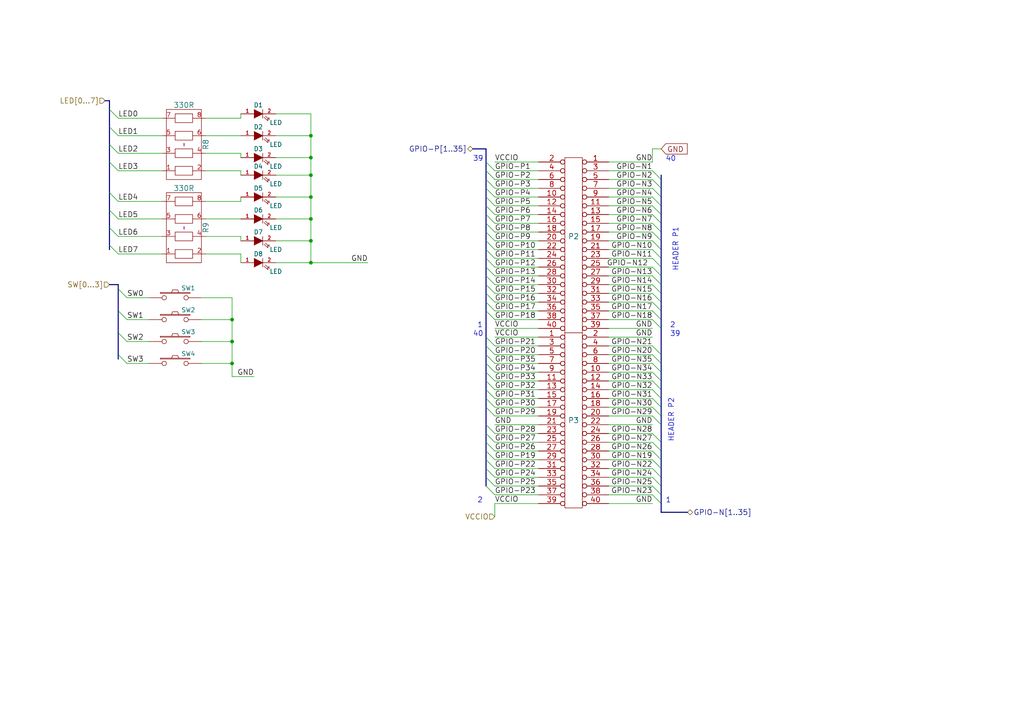
<source format=kicad_sch>
(kicad_sch (version 20211123) (generator eeschema)
  (paper "A4")
  (title_block (title "MIMAS SPARTAN 6 FPGA MODULE") (date "3 dec 2013") (company "Numato Lab") (comment 1 "http://www.numato.com") (comment 2 "License : CC BY-SA"))
  (lib_symbols
    (symbol "Mimas-rescue:CONN_20X2" (pin_names (offset 0.254) hide)
      (property "Reference" "P" (at 0 26.67 0))
      (property "Value" "CONN_20X2" (at 0 0 90))
      (symbol "CONN_20X2_0_1"
        (rectangle (start -2.54 25.4) (end 2.54 -25.4))
      )
      (symbol "CONN_20X2_1_1"
        (pin passive inverted (at -10.16 24.13 0) (length 7.62) (name "P1") (number "1"))
        (pin passive inverted (at 10.16 13.97 180) (length 7.62) (name "P10") (number "10"))
        (pin passive inverted (at -10.16 11.43 0) (length 7.62) (name "P11") (number "11"))
        (pin passive inverted (at 10.16 11.43 180) (length 7.62) (name "P12") (number "12"))
        (pin passive inverted (at -10.16 8.89 0) (length 7.62) (name "P13") (number "13"))
        (pin passive inverted (at 10.16 8.89 180) (length 7.62) (name "P14") (number "14"))
        (pin passive inverted (at -10.16 6.35 0) (length 7.62) (name "P15") (number "15"))
        (pin passive inverted (at 10.16 6.35 180) (length 7.62) (name "P16") (number "16"))
        (pin passive inverted (at -10.16 3.81 0) (length 7.62) (name "P17") (number "17"))
        (pin passive inverted (at 10.16 3.81 180) (length 7.62) (name "P18") (number "18"))
        (pin passive inverted (at -10.16 1.27 0) (length 7.62) (name "P19") (number "19"))
        (pin passive inverted (at 10.16 24.13 180) (length 7.62) (name "P2") (number "2"))
        (pin passive inverted (at 10.16 1.27 180) (length 7.62) (name "P20") (number "20"))
        (pin passive inverted (at -10.16 -1.27 0) (length 7.62) (name "P21") (number "21"))
        (pin passive inverted (at 10.16 -1.27 180) (length 7.62) (name "P22") (number "22"))
        (pin passive inverted (at -10.16 -3.81 0) (length 7.62) (name "P23") (number "23"))
        (pin passive inverted (at 10.16 -3.81 180) (length 7.62) (name "P24") (number "24"))
        (pin passive inverted (at -10.16 -6.35 0) (length 7.62) (name "~") (number "25"))
        (pin passive inverted (at 10.16 -6.35 180) (length 7.62) (name "P26") (number "26"))
        (pin passive inverted (at -10.16 -8.89 0) (length 7.62) (name "P27") (number "27"))
        (pin passive inverted (at 10.16 -8.89 180) (length 7.62) (name "P28") (number "28"))
        (pin passive inverted (at -10.16 -11.43 0) (length 7.62) (name "P29") (number "29"))
        (pin passive inverted (at -10.16 21.59 0) (length 7.62) (name "P3") (number "3"))
        (pin passive inverted (at 10.16 -11.43 180) (length 7.62) (name "P30") (number "30"))
        (pin passive inverted (at -10.16 -13.97 0) (length 7.62) (name "P31") (number "31"))
        (pin passive inverted (at 10.16 -13.97 180) (length 7.62) (name "P32") (number "32"))
        (pin passive inverted (at -10.16 -16.51 0) (length 7.62) (name "P33") (number "33"))
        (pin passive inverted (at 10.16 -16.51 180) (length 7.62) (name "P34") (number "34"))
        (pin passive inverted (at -10.16 -19.05 0) (length 7.62) (name "P35") (number "35"))
        (pin passive inverted (at 10.16 -19.05 180) (length 7.62) (name "P36") (number "36"))
        (pin passive inverted (at -10.16 -21.59 0) (length 7.62) (name "P37") (number "37"))
        (pin passive inverted (at 10.16 -21.59 180) (length 7.62) (name "P38") (number "38"))
        (pin passive inverted (at -10.16 -24.13 0) (length 7.62) (name "P39") (number "39"))
        (pin passive inverted (at 10.16 21.59 180) (length 7.62) (name "P4") (number "4"))
        (pin passive inverted (at 10.16 -24.13 180) (length 7.62) (name "P40") (number "40"))
        (pin passive inverted (at -10.16 19.05 0) (length 7.62) (name "P5") (number "5"))
        (pin passive inverted (at 10.16 19.05 180) (length 7.62) (name "P6") (number "6"))
        (pin passive inverted (at -10.16 16.51 0) (length 7.62) (name "P7") (number "7"))
        (pin passive inverted (at 10.16 16.51 180) (length 7.62) (name "P8") (number "8"))
        (pin passive inverted (at -10.16 13.97 0) (length 7.62) (name "P9") (number "9"))
      )
    )
    (symbol "Mimas-rescue:LED" (pin_names (offset 1.016) hide)
      (property "Reference" "D" (at 0 2.54 0))
      (property "Value" "LED" (at 0 -2.54 0))
      (symbol "LED_0_1"
        (polyline (pts (xy 1.27 1.27) (xy 1.27 -1.27)))
        (polyline (pts (xy -1.27 1.27) (xy 1.27 0) (xy -1.27 -1.27)) (fill (type outline)))
        (polyline (pts (xy 1.651 -1.016) (xy 2.794 -2.032) (xy 2.667 -1.397)))
        (polyline (pts (xy 2.032 -0.635) (xy 3.175 -1.651) (xy 3.048 -1.016)))
      )
      (symbol "LED_1_1"
        (pin passive line (at -5.08 0 0) (length 3.81) (name "A") (number "1"))
        (pin passive line (at 5.08 0 180) (length 3.81) (name "K") (number "2"))
      )
    )
    (symbol "Mimas-rescue:RES_NET4" (pin_names (offset 1.016))
      (property "Reference" "R" (at 0 -6.35 0))
      (property "Value" "RES_NET4" (at 0 8.89 0))
      (symbol "RES_NET4_0_1"
        (rectangle (start -10.16 5.08) (end 10.16 -5.08))
        (rectangle (start -6.35 2.54) (end -8.89 -2.54))
        (rectangle (start -3.81 2.54) (end -1.27 -2.54))
        (rectangle (start 1.27 2.54) (end 3.81 -2.54))
        (rectangle (start 6.35 2.54) (end 8.89 -2.54))
      )
      (symbol "RES_NET4_1_1"
        (pin passive line (at -7.62 6.35 270) (length 3.81) (name "~") (number "1"))
        (pin passive line (at -7.62 -6.35 90) (length 3.81) (name "~") (number "2"))
        (pin passive line (at -2.54 6.35 270) (length 3.81) (name "~") (number "3"))
        (pin passive line (at -2.54 -6.35 90) (length 3.81) (name "~") (number "4"))
        (pin passive line (at 2.54 6.35 270) (length 3.81) (name "~") (number "5"))
        (pin passive line (at 2.54 -6.35 90) (length 3.81) (name "~") (number "6"))
        (pin passive line (at 7.62 6.35 270) (length 3.81) (name "~") (number "7"))
        (pin passive line (at 7.62 -6.35 90) (length 3.81) (name "~") (number "8"))
      )
    )
    (symbol "Mimas-rescue:SW_PUSH" (pin_numbers hide) (pin_names (offset 1.016) hide)
      (property "Reference" "SW" (at 3.81 2.794 0))
      (property "Value" "SW_PUSH" (at 0 -2.032 0))
      (symbol "SW_PUSH_0_1"
        (rectangle (start -4.318 1.27) (end 4.318 1.524))
        (polyline (pts (xy -1.016 1.524) (xy -0.762 2.286) (xy 0.762 2.286) (xy 1.016 1.524)))
        (pin passive inverted (at -7.62 0 0) (length 5.08) (name "1") (number "1"))
        (pin passive inverted (at 7.62 0 180) (length 5.08) (name "2") (number "2"))
      )
    )
  )
  (junction (at 90.17 63.5))
  (junction (at 67.31 92.71))
  (junction (at 67.31 99.06))
  (junction (at 90.17 50.8))
  (junction (at 90.17 76.2))
  (junction (at 90.17 69.85))
  (junction (at 90.17 57.15))
  (junction (at 90.17 39.37))
  (junction (at 90.17 45.72))
  (junction (at 67.31 105.41))
  (bus_entry (at 140.97 74.93) (size 2.54 2.54))
  (bus_entry (at 140.97 123.19) (size 2.54 2.54))
  (bus_entry (at 140.97 138.43) (size 2.54 2.54))
  (bus_entry (at 189.23 92.71) (size 2.54 2.54))
  (bus_entry (at 31.75 31.75) (size 2.54 2.54))
  (bus_entry (at 189.23 110.49) (size 2.54 2.54))
  (bus_entry (at 140.97 62.23) (size 2.54 2.54))
  (bus_entry (at 140.97 105.41) (size 2.54 2.54))
  (bus_entry (at 34.29 90.17) (size 2.54 2.54))
  (bus_entry (at 140.97 59.69) (size 2.54 2.54))
  (bus_entry (at 189.23 90.17) (size 2.54 2.54))
  (bus_entry (at 189.23 118.11) (size 2.54 2.54))
  (bus_entry (at 31.75 71.12) (size 2.54 2.54))
  (bus_entry (at 140.97 87.63) (size 2.54 2.54))
  (bus_entry (at 140.97 82.55) (size 2.54 2.54))
  (bus_entry (at 140.97 97.79) (size 2.54 2.54))
  (bus_entry (at 189.23 85.09) (size 2.54 2.54))
  (bus_entry (at 189.23 62.23) (size 2.54 2.54))
  (bus_entry (at 140.97 64.77) (size 2.54 2.54))
  (bus_entry (at 140.97 72.39) (size 2.54 2.54))
  (bus_entry (at 140.97 110.49) (size 2.54 2.54))
  (bus_entry (at 189.23 128.27) (size 2.54 2.54))
  (bus_entry (at 31.75 46.99) (size 2.54 2.54))
  (bus_entry (at 189.23 52.07) (size 2.54 2.54))
  (bus_entry (at 140.97 102.87) (size 2.54 2.54))
  (bus_entry (at 189.23 113.03) (size 2.54 2.54))
  (bus_entry (at 34.29 83.82) (size 2.54 2.54))
  (bus_entry (at 189.23 115.57) (size 2.54 2.54))
  (bus_entry (at 31.75 41.91) (size 2.54 2.54))
  (bus_entry (at 189.23 77.47) (size 2.54 2.54))
  (bus_entry (at 189.23 102.87) (size 2.54 2.54))
  (bus_entry (at 140.97 100.33) (size 2.54 2.54))
  (bus_entry (at 189.23 69.85) (size 2.54 2.54))
  (bus_entry (at 189.23 130.81) (size 2.54 2.54))
  (bus_entry (at 140.97 115.57) (size 2.54 2.54))
  (bus_entry (at 34.29 102.87) (size 2.54 2.54))
  (bus_entry (at 189.23 80.01) (size 2.54 2.54))
  (bus_entry (at 189.23 105.41) (size 2.54 2.54))
  (bus_entry (at 189.23 143.51) (size 2.54 2.54))
  (bus_entry (at 189.23 82.55) (size 2.54 2.54))
  (bus_entry (at 140.97 107.95) (size 2.54 2.54))
  (bus_entry (at 140.97 130.81) (size 2.54 2.54))
  (bus_entry (at 140.97 118.11) (size 2.54 2.54))
  (bus_entry (at 140.97 69.85) (size 2.54 2.54))
  (bus_entry (at 140.97 85.09) (size 2.54 2.54))
  (bus_entry (at 140.97 46.99) (size 2.54 2.54))
  (bus_entry (at 140.97 128.27) (size 2.54 2.54))
  (bus_entry (at 189.23 74.93) (size 2.54 2.54))
  (bus_entry (at 189.23 54.61) (size 2.54 2.54))
  (bus_entry (at 31.75 66.04) (size 2.54 2.54))
  (bus_entry (at 34.29 96.52) (size 2.54 2.54))
  (bus_entry (at 189.23 59.69) (size 2.54 2.54))
  (bus_entry (at 189.23 64.77) (size 2.54 2.54))
  (bus_entry (at 140.97 135.89) (size 2.54 2.54))
  (bus_entry (at 31.75 55.88) (size 2.54 2.54))
  (bus_entry (at 140.97 54.61) (size 2.54 2.54))
  (bus_entry (at 189.23 125.73) (size 2.54 2.54))
  (bus_entry (at 140.97 57.15) (size 2.54 2.54))
  (bus_entry (at 189.23 140.97) (size 2.54 2.54))
  (bus_entry (at 189.23 87.63) (size 2.54 2.54))
  (bus_entry (at 189.23 67.31) (size 2.54 2.54))
  (bus_entry (at 140.97 90.17) (size 2.54 2.54))
  (bus_entry (at 189.23 72.39) (size 2.54 2.54))
  (bus_entry (at 140.97 67.31) (size 2.54 2.54))
  (bus_entry (at 140.97 113.03) (size 2.54 2.54))
  (bus_entry (at 189.23 107.95) (size 2.54 2.54))
  (bus_entry (at 140.97 49.53) (size 2.54 2.54))
  (bus_entry (at 189.23 49.53) (size 2.54 2.54))
  (bus_entry (at 189.23 100.33) (size 2.54 2.54))
  (bus_entry (at 31.75 60.96) (size 2.54 2.54))
  (bus_entry (at 189.23 135.89) (size 2.54 2.54))
  (bus_entry (at 189.23 133.35) (size 2.54 2.54))
  (bus_entry (at 189.23 138.43) (size 2.54 2.54))
  (bus_entry (at 140.97 77.47) (size 2.54 2.54))
  (bus_entry (at 140.97 133.35) (size 2.54 2.54))
  (bus_entry (at 140.97 52.07) (size 2.54 2.54))
  (bus_entry (at 140.97 140.97) (size 2.54 2.54))
  (bus_entry (at 140.97 125.73) (size 2.54 2.54))
  (bus_entry (at 189.23 57.15) (size 2.54 2.54))
  (bus_entry (at 31.75 36.83) (size 2.54 2.54))
  (bus_entry (at 189.23 120.65) (size 2.54 2.54))
  (bus_entry (at 140.97 80.01) (size 2.54 2.54))
  (wire (pts (xy 156.21 54.61) (xy 143.51 54.61)))
  (wire (pts (xy 67.31 99.06) (xy 67.31 105.41)))
  (wire (pts (xy 156.21 77.47) (xy 143.51 77.47)))
  (wire (pts (xy 176.53 102.87) (xy 189.23 102.87)))
  (bus (pts (xy 140.97 130.81) (xy 140.97 128.27)))
  (wire (pts (xy 59.69 58.42) (xy 69.85 58.42)))
  (bus (pts (xy 191.77 85.09) (xy 191.77 87.63)))
  (wire (pts (xy 80.01 63.5) (xy 90.17 63.5)))
  (bus (pts (xy 140.97 105.41) (xy 140.97 102.87)))
  (wire (pts (xy 67.31 105.41) (xy 67.31 109.22)))
  (wire (pts (xy 156.21 120.65) (xy 143.51 120.65)))
  (wire (pts (xy 156.21 49.53) (xy 143.51 49.53)))
  (bus (pts (xy 31.75 46.99) (xy 31.75 41.91)))
  (wire (pts (xy 46.99 49.53) (xy 34.29 49.53)))
  (wire (pts (xy 80.01 45.72) (xy 90.17 45.72)))
  (wire (pts (xy 176.53 125.73) (xy 189.23 125.73)))
  (wire (pts (xy 80.01 57.15) (xy 90.17 57.15)))
  (bus (pts (xy 140.97 107.95) (xy 140.97 105.41)))
  (bus (pts (xy 191.77 69.85) (xy 191.77 72.39)))
  (wire (pts (xy 156.21 80.01) (xy 143.51 80.01)))
  (wire (pts (xy 90.17 63.5) (xy 90.17 69.85)))
  (wire (pts (xy 58.42 105.41) (xy 67.31 105.41)))
  (wire (pts (xy 90.17 39.37) (xy 90.17 45.72)))
  (wire (pts (xy 156.21 135.89) (xy 143.51 135.89)))
  (bus (pts (xy 31.75 31.75) (xy 31.75 29.21)))
  (wire (pts (xy 176.53 67.31) (xy 189.23 67.31)))
  (bus (pts (xy 191.77 138.43) (xy 191.77 140.97)))
  (bus (pts (xy 140.97 118.11) (xy 140.97 115.57)))
  (bus (pts (xy 140.97 113.03) (xy 140.97 110.49)))
  (wire (pts (xy 156.21 57.15) (xy 143.51 57.15)))
  (bus (pts (xy 191.77 140.97) (xy 191.77 143.51)))
  (bus (pts (xy 191.77 54.61) (xy 191.77 57.15)))
  (bus (pts (xy 31.75 29.21) (xy 30.48 29.21)))
  (bus (pts (xy 34.29 83.82) (xy 34.29 82.55)))
  (wire (pts (xy 176.53 64.77) (xy 189.23 64.77)))
  (wire (pts (xy 90.17 50.8) (xy 90.17 57.15)))
  (bus (pts (xy 140.97 110.49) (xy 140.97 107.95)))
  (wire (pts (xy 156.21 92.71) (xy 143.51 92.71)))
  (bus (pts (xy 31.75 66.04) (xy 31.75 60.96)))
  (wire (pts (xy 156.21 105.41) (xy 143.51 105.41)))
  (wire (pts (xy 156.21 67.31) (xy 143.51 67.31)))
  (wire (pts (xy 156.21 74.93) (xy 143.51 74.93)))
  (wire (pts (xy 156.21 82.55) (xy 143.51 82.55)))
  (bus (pts (xy 191.77 135.89) (xy 191.77 138.43)))
  (wire (pts (xy 46.99 73.66) (xy 34.29 73.66)))
  (wire (pts (xy 176.53 120.65) (xy 189.23 120.65)))
  (wire (pts (xy 156.21 123.19) (xy 143.51 123.19)))
  (wire (pts (xy 176.53 87.63) (xy 189.23 87.63)))
  (bus (pts (xy 191.77 130.81) (xy 191.77 133.35)))
  (wire (pts (xy 176.53 74.93) (xy 189.23 74.93)))
  (wire (pts (xy 156.21 46.99) (xy 143.51 46.99)))
  (wire (pts (xy 90.17 33.02) (xy 90.17 39.37)))
  (wire (pts (xy 156.21 138.43) (xy 143.51 138.43)))
  (bus (pts (xy 191.77 146.05) (xy 191.77 148.59)))
  (bus (pts (xy 191.77 133.35) (xy 191.77 135.89)))
  (bus (pts (xy 191.77 113.03) (xy 191.77 115.57)))
  (wire (pts (xy 156.21 115.57) (xy 143.51 115.57)))
  (wire (pts (xy 176.53 72.39) (xy 189.23 72.39)))
  (wire (pts (xy 176.53 54.61) (xy 189.23 54.61)))
  (wire (pts (xy 156.21 87.63) (xy 143.51 87.63)))
  (bus (pts (xy 191.77 52.07) (xy 191.77 54.61)))
  (wire (pts (xy 156.21 100.33) (xy 143.51 100.33)))
  (wire (pts (xy 90.17 45.72) (xy 90.17 50.8)))
  (wire (pts (xy 176.53 82.55) (xy 189.23 82.55)))
  (wire (pts (xy 176.53 143.51) (xy 189.23 143.51)))
  (wire (pts (xy 156.21 59.69) (xy 143.51 59.69)))
  (bus (pts (xy 191.77 107.95) (xy 191.77 110.49)))
  (bus (pts (xy 140.97 82.55) (xy 140.97 80.01)))
  (wire (pts (xy 176.53 57.15) (xy 189.23 57.15)))
  (bus (pts (xy 140.97 49.53) (xy 140.97 46.99)))
  (bus (pts (xy 140.97 67.31) (xy 140.97 64.77)))
  (wire (pts (xy 176.53 135.89) (xy 189.23 135.89)))
  (wire (pts (xy 58.42 92.71) (xy 67.31 92.71)))
  (bus (pts (xy 140.97 87.63) (xy 140.97 85.09)))
  (wire (pts (xy 176.53 62.23) (xy 189.23 62.23)))
  (bus (pts (xy 31.75 71.12) (xy 31.75 66.04)))
  (wire (pts (xy 189.23 46.99) (xy 189.23 43.18)))
  (wire (pts (xy 156.21 140.97) (xy 143.51 140.97)))
  (wire (pts (xy 156.21 118.11) (xy 143.51 118.11)))
  (wire (pts (xy 156.21 95.25) (xy 143.51 95.25)))
  (bus (pts (xy 191.77 74.93) (xy 191.77 77.47)))
  (wire (pts (xy 43.18 105.41) (xy 36.83 105.41)))
  (bus (pts (xy 140.97 64.77) (xy 140.97 62.23)))
  (wire (pts (xy 69.85 73.66) (xy 69.85 76.2)))
  (wire (pts (xy 46.99 34.29) (xy 34.29 34.29)))
  (bus (pts (xy 34.29 104.14) (xy 34.29 102.87)))
  (wire (pts (xy 156.21 130.81) (xy 143.51 130.81)))
  (wire (pts (xy 69.85 34.29) (xy 69.85 33.02)))
  (wire (pts (xy 80.01 33.02) (xy 90.17 33.02)))
  (bus (pts (xy 140.97 80.01) (xy 140.97 77.47)))
  (bus (pts (xy 140.97 115.57) (xy 140.97 113.03)))
  (wire (pts (xy 156.21 62.23) (xy 143.51 62.23)))
  (wire (pts (xy 156.21 72.39) (xy 143.51 72.39)))
  (wire (pts (xy 90.17 57.15) (xy 90.17 63.5)))
  (wire (pts (xy 176.53 113.03) (xy 189.23 113.03)))
  (bus (pts (xy 191.77 82.55) (xy 191.77 85.09)))
  (bus (pts (xy 140.97 77.47) (xy 140.97 74.93)))
  (wire (pts (xy 176.53 90.17) (xy 189.23 90.17)))
  (bus (pts (xy 191.77 57.15) (xy 191.77 59.69)))
  (wire (pts (xy 176.53 128.27) (xy 189.23 128.27)))
  (bus (pts (xy 31.75 41.91) (xy 31.75 36.83)))
  (wire (pts (xy 156.21 69.85) (xy 143.51 69.85)))
  (bus (pts (xy 191.77 59.69) (xy 191.77 62.23)))
  (bus (pts (xy 140.97 72.39) (xy 140.97 69.85)))
  (wire (pts (xy 176.53 49.53) (xy 189.23 49.53)))
  (wire (pts (xy 80.01 69.85) (xy 90.17 69.85)))
  (bus (pts (xy 140.97 123.19) (xy 140.97 118.11)))
  (wire (pts (xy 59.69 68.58) (xy 69.85 68.58)))
  (wire (pts (xy 46.99 68.58) (xy 34.29 68.58)))
  (bus (pts (xy 140.97 54.61) (xy 140.97 52.07)))
  (wire (pts (xy 176.53 97.79) (xy 189.23 97.79)))
  (wire (pts (xy 156.21 97.79) (xy 143.51 97.79)))
  (bus (pts (xy 191.77 62.23) (xy 191.77 64.77)))
  (bus (pts (xy 140.97 43.18) (xy 137.16 43.18)))
  (bus (pts (xy 140.97 102.87) (xy 140.97 100.33)))
  (wire (pts (xy 143.51 146.05) (xy 143.51 149.86)))
  (bus (pts (xy 191.77 118.11) (xy 191.77 120.65)))
  (bus (pts (xy 140.97 128.27) (xy 140.97 125.73)))
  (bus (pts (xy 191.77 102.87) (xy 191.77 105.41)))
  (bus (pts (xy 31.75 55.88) (xy 31.75 46.99)))
  (wire (pts (xy 156.21 64.77) (xy 143.51 64.77)))
  (bus (pts (xy 34.29 96.52) (xy 34.29 90.17)))
  (wire (pts (xy 156.21 133.35) (xy 143.51 133.35)))
  (wire (pts (xy 58.42 99.06) (xy 67.31 99.06)))
  (wire (pts (xy 59.69 63.5) (xy 69.85 63.5)))
  (bus (pts (xy 191.77 64.77) (xy 191.77 67.31)))
  (wire (pts (xy 156.21 125.73) (xy 143.51 125.73)))
  (wire (pts (xy 176.53 46.99) (xy 189.23 46.99)))
  (wire (pts (xy 176.53 69.85) (xy 189.23 69.85)))
  (bus (pts (xy 140.97 57.15) (xy 140.97 54.61)))
  (bus (pts (xy 191.77 148.59) (xy 199.39 148.59)))
  (bus (pts (xy 34.29 90.17) (xy 34.29 83.82)))
  (wire (pts (xy 176.53 85.09) (xy 189.23 85.09)))
  (wire (pts (xy 176.53 100.33) (xy 189.23 100.33)))
  (wire (pts (xy 46.99 39.37) (xy 34.29 39.37)))
  (bus (pts (xy 140.97 69.85) (xy 140.97 67.31)))
  (wire (pts (xy 176.53 52.07) (xy 189.23 52.07)))
  (wire (pts (xy 156.21 102.87) (xy 143.51 102.87)))
  (bus (pts (xy 191.77 143.51) (xy 191.77 146.05)))
  (bus (pts (xy 191.77 105.41) (xy 191.77 107.95)))
  (wire (pts (xy 69.85 49.53) (xy 69.85 50.8)))
  (bus (pts (xy 191.77 120.65) (xy 191.77 123.19)))
  (wire (pts (xy 176.53 80.01) (xy 189.23 80.01)))
  (bus (pts (xy 140.97 52.07) (xy 140.97 49.53)))
  (wire (pts (xy 59.69 39.37) (xy 69.85 39.37)))
  (bus (pts (xy 140.97 85.09) (xy 140.97 82.55)))
  (wire (pts (xy 176.53 133.35) (xy 189.23 133.35)))
  (wire (pts (xy 176.53 77.47) (xy 189.23 77.47)))
  (bus (pts (xy 140.97 46.99) (xy 140.97 43.18)))
  (wire (pts (xy 176.53 115.57) (xy 189.23 115.57)))
  (wire (pts (xy 156.21 143.51) (xy 143.51 143.51)))
  (wire (pts (xy 58.42 86.36) (xy 67.31 86.36)))
  (bus (pts (xy 191.77 90.17) (xy 191.77 92.71)))
  (bus (pts (xy 191.77 50.8) (xy 191.77 52.07)))
  (wire (pts (xy 46.99 58.42) (xy 34.29 58.42)))
  (bus (pts (xy 191.77 95.25) (xy 191.77 102.87)))
  (wire (pts (xy 43.18 99.06) (xy 36.83 99.06)))
  (bus (pts (xy 191.77 67.31) (xy 191.77 69.85)))
  (wire (pts (xy 176.53 118.11) (xy 189.23 118.11)))
  (wire (pts (xy 67.31 109.22) (xy 73.66 109.22)))
  (bus (pts (xy 31.75 36.83) (xy 31.75 31.75)))
  (wire (pts (xy 176.53 138.43) (xy 189.23 138.43)))
  (wire (pts (xy 69.85 44.45) (xy 69.85 45.72)))
  (wire (pts (xy 80.01 39.37) (xy 90.17 39.37)))
  (wire (pts (xy 176.53 123.19) (xy 189.23 123.19)))
  (bus (pts (xy 140.97 125.73) (xy 140.97 123.19)))
  (wire (pts (xy 67.31 86.36) (xy 67.31 92.71)))
  (wire (pts (xy 69.85 68.58) (xy 69.85 69.85)))
  (bus (pts (xy 191.77 87.63) (xy 191.77 90.17)))
  (bus (pts (xy 191.77 115.57) (xy 191.77 118.11)))
  (bus (pts (xy 140.97 100.33) (xy 140.97 97.79)))
  (bus (pts (xy 140.97 59.69) (xy 140.97 57.15)))
  (wire (pts (xy 59.69 73.66) (xy 69.85 73.66)))
  (bus (pts (xy 140.97 74.93) (xy 140.97 72.39)))
  (wire (pts (xy 176.53 110.49) (xy 189.23 110.49)))
  (wire (pts (xy 189.23 43.18) (xy 191.77 43.18)))
  (wire (pts (xy 69.85 58.42) (xy 69.85 57.15)))
  (wire (pts (xy 156.21 107.95) (xy 143.51 107.95)))
  (wire (pts (xy 156.21 128.27) (xy 143.51 128.27)))
  (wire (pts (xy 43.18 86.36) (xy 36.83 86.36)))
  (bus (pts (xy 191.77 123.19) (xy 191.77 128.27)))
  (wire (pts (xy 59.69 49.53) (xy 69.85 49.53)))
  (wire (pts (xy 46.99 44.45) (xy 34.29 44.45)))
  (bus (pts (xy 191.77 72.39) (xy 191.77 74.93)))
  (wire (pts (xy 80.01 76.2) (xy 90.17 76.2)))
  (bus (pts (xy 31.75 60.96) (xy 31.75 55.88)))
  (wire (pts (xy 176.53 105.41) (xy 189.23 105.41)))
  (wire (pts (xy 43.18 92.71) (xy 36.83 92.71)))
  (wire (pts (xy 156.21 113.03) (xy 143.51 113.03)))
  (bus (pts (xy 34.29 82.55) (xy 31.75 82.55)))
  (wire (pts (xy 176.53 140.97) (xy 189.23 140.97)))
  (bus (pts (xy 191.77 80.01) (xy 191.77 82.55)))
  (bus (pts (xy 140.97 90.17) (xy 140.97 87.63)))
  (bus (pts (xy 191.77 77.47) (xy 191.77 80.01)))
  (wire (pts (xy 156.21 52.07) (xy 143.51 52.07)))
  (bus (pts (xy 191.77 92.71) (xy 191.77 95.25)))
  (bus (pts (xy 140.97 97.79) (xy 140.97 90.17)))
  (wire (pts (xy 90.17 69.85) (xy 90.17 76.2)))
  (wire (pts (xy 156.21 110.49) (xy 143.51 110.49)))
  (wire (pts (xy 67.31 92.71) (xy 67.31 99.06)))
  (wire (pts (xy 80.01 50.8) (xy 90.17 50.8)))
  (bus (pts (xy 31.75 72.39) (xy 31.75 71.12)))
  (bus (pts (xy 140.97 138.43) (xy 140.97 135.89)))
  (wire (pts (xy 176.53 146.05) (xy 189.23 146.05)))
  (wire (pts (xy 176.53 59.69) (xy 189.23 59.69)))
  (wire (pts (xy 156.21 85.09) (xy 143.51 85.09)))
  (wire (pts (xy 59.69 34.29) (xy 69.85 34.29)))
  (bus (pts (xy 191.77 110.49) (xy 191.77 113.03)))
  (wire (pts (xy 156.21 90.17) (xy 143.51 90.17)))
  (bus (pts (xy 140.97 133.35) (xy 140.97 130.81)))
  (wire (pts (xy 90.17 76.2) (xy 106.68 76.2)))
  (wire (pts (xy 156.21 146.05) (xy 143.51 146.05)))
  (bus (pts (xy 140.97 140.97) (xy 140.97 138.43)))
  (bus (pts (xy 140.97 62.23) (xy 140.97 59.69)))
  (bus (pts (xy 191.77 128.27) (xy 191.77 130.81)))
  (wire (pts (xy 46.99 63.5) (xy 34.29 63.5)))
  (wire (pts (xy 176.53 107.95) (xy 189.23 107.95)))
  (wire (pts (xy 59.69 44.45) (xy 69.85 44.45)))
  (bus (pts (xy 34.29 102.87) (xy 34.29 96.52)))
  (wire (pts (xy 176.53 92.71) (xy 189.23 92.71)))
  (bus (pts (xy 140.97 135.89) (xy 140.97 133.35)))
  (wire (pts (xy 176.53 130.81) (xy 189.23 130.81)))
  (wire (pts (xy 176.53 95.25) (xy 189.23 95.25)))
  (text "40" (at 137.16 97.79 0) (effects (font (size 1.4986 1.4986)) (justify left bottom)))
  (text "39" (at 137.16 46.99 0) (effects (font (size 1.4986 1.4986)) (justify left bottom)))
  (text "39" (at 194.31 97.79 0) (effects (font (size 1.4986 1.4986)) (justify left bottom)))
  (text "1" (at 138.43 95.25 0) (effects (font (size 1.4986 1.4986)) (justify left bottom)))
  (text "HEADER P2" (at 195.58 128.27 90) (effects (font (size 1.4986 1.4986)) (justify left bottom)))
  (text "2" (at 194.31 95.25 0) (effects (font (size 1.4986 1.4986)) (justify left bottom)))
  (text "HEADER P1" (at 196.85 78.74 90) (effects (font (size 1.4986 1.4986)) (justify left bottom)))
  (text "40" (at 193.04 46.99 0) (effects (font (size 1.4986 1.4986)) (justify left bottom)))
  (text "1" (at 193.04 146.05 0) (effects (font (size 1.4986 1.4986)) (justify left bottom)))
  (text "2" (at 138.43 146.05 0) (effects (font (size 1.4986 1.4986)) (justify left bottom)))
  (label "LED7" (at 34.29 73.66 0) (effects (font (size 1.524 1.524))))
  (label "GPIO-P35" (at 143.51 105.41 0) (effects (font (size 1.524 1.524))))
  (label "GPIO-P29" (at 143.51 120.65 0) (effects (font (size 1.524 1.524))))
  (label "GPIO-P23" (at 143.51 143.51 0) (effects (font (size 1.524 1.524))))
  (label "GND" (at 189.23 123.19 180) (effects (font (size 1.524 1.524))))
  (label "GND" (at 189.23 46.99 180) (effects (font (size 1.524 1.524))))
  (label "GPIO-P13" (at 143.51 80.01 0) (effects (font (size 1.524 1.524))))
  (label "GPIO-N31" (at 189.23 115.57 180) (effects (font (size 1.524 1.524))))
  (label "GPIO-N6" (at 189.23 62.23 180) (effects (font (size 1.524 1.524))))
  (label "GND" (at 189.23 97.79 180) (effects (font (size 1.524 1.524))))
  (label "GPIO-P20" (at 143.51 102.87 0) (effects (font (size 1.524 1.524))))
  (label "GPIO-N8" (at 189.23 67.31 180) (effects (font (size 1.524 1.524))))
  (label "GPIO-N15" (at 189.23 85.09 180) (effects (font (size 1.524 1.524))))
  (label "GPIO-P34" (at 143.51 107.95 0) (effects (font (size 1.524 1.524))))
  (label "GPIO-P2" (at 143.51 52.07 0) (effects (font (size 1.524 1.524))))
  (label "GPIO-P32" (at 143.51 113.03 0) (effects (font (size 1.524 1.524))))
  (label "GPIO-N12" (at 187.96 77.47 180) (effects (font (size 1.524 1.524))))
  (label "GPIO-N5" (at 189.23 59.69 180) (effects (font (size 1.524 1.524))))
  (label "GPIO-N14" (at 189.23 82.55 180) (effects (font (size 1.524 1.524))))
  (label "GPIO-N11" (at 189.23 74.93 180) (effects (font (size 1.524 1.524))))
  (label "GPIO-P24" (at 143.51 138.43 0) (effects (font (size 1.524 1.524))))
  (label "GND" (at 73.66 109.22 180) (effects (font (size 1.524 1.524))))
  (label "GPIO-P7" (at 143.51 64.77 0) (effects (font (size 1.524 1.524))))
  (label "SW3" (at 36.83 105.41 0) (effects (font (size 1.524 1.524))))
  (label "GPIO-N29" (at 189.23 120.65 180) (effects (font (size 1.524 1.524))))
  (label "GPIO-N4" (at 189.23 57.15 180) (effects (font (size 1.524 1.524))))
  (label "GPIO-P1" (at 143.51 49.53 0) (effects (font (size 1.524 1.524))))
  (label "GPIO-N30" (at 189.23 118.11 180) (effects (font (size 1.524 1.524))))
  (label "GPIO-P17" (at 143.51 90.17 0) (effects (font (size 1.524 1.524))))
  (label "GPIO-N21" (at 189.23 100.33 180) (effects (font (size 1.524 1.524))))
  (label "LED2" (at 34.29 44.45 0) (effects (font (size 1.524 1.524))))
  (label "GPIO-N9" (at 189.23 69.85 180) (effects (font (size 1.524 1.524))))
  (label "VCCIO" (at 143.51 97.79 0) (effects (font (size 1.524 1.524))))
  (label "GPIO-N35" (at 189.23 105.41 180) (effects (font (size 1.524 1.524))))
  (label "GPIO-N25" (at 189.23 140.97 180) (effects (font (size 1.524 1.524))))
  (label "VCCIO" (at 143.51 95.25 0) (effects (font (size 1.524 1.524))))
  (label "GPIO-N26" (at 189.23 130.81 180) (effects (font (size 1.524 1.524))))
  (label "GPIO-N1" (at 189.23 49.53 180) (effects (font (size 1.524 1.524))))
  (label "GND" (at 189.23 146.05 180) (effects (font (size 1.524 1.524))))
  (label "GPIO-P9" (at 143.51 69.85 0) (effects (font (size 1.524 1.524))))
  (label "GPIO-P21" (at 143.51 100.33 0) (effects (font (size 1.524 1.524))))
  (label "GPIO-N22" (at 189.23 135.89 180) (effects (font (size 1.524 1.524))))
  (label "GPIO-N2" (at 189.23 52.07 180) (effects (font (size 1.524 1.524))))
  (label "GPIO-P10" (at 143.51 72.39 0) (effects (font (size 1.524 1.524))))
  (label "GPIO-N33" (at 189.23 110.49 180) (effects (font (size 1.524 1.524))))
  (label "GND" (at 143.51 123.19 0) (effects (font (size 1.524 1.524))))
  (label "GPIO-N16" (at 189.23 87.63 180) (effects (font (size 1.524 1.524))))
  (label "GPIO-P16" (at 143.51 87.63 0) (effects (font (size 1.524 1.524))))
  (label "GPIO-N7" (at 189.23 64.77 180) (effects (font (size 1.524 1.524))))
  (label "GPIO-N19" (at 189.23 133.35 180) (effects (font (size 1.524 1.524))))
  (label "GPIO-P11" (at 143.51 74.93 0) (effects (font (size 1.524 1.524))))
  (label "GPIO-P33" (at 143.51 110.49 0) (effects (font (size 1.524 1.524))))
  (label "GPIO-P25" (at 143.51 140.97 0) (effects (font (size 1.524 1.524))))
  (label "LED6" (at 34.29 68.58 0) (effects (font (size 1.524 1.524))))
  (label "SW1" (at 36.83 92.71 0) (effects (font (size 1.524 1.524))))
  (label "GPIO-P6" (at 143.51 62.23 0) (effects (font (size 1.524 1.524))))
  (label "GPIO-P27" (at 143.51 128.27 0) (effects (font (size 1.524 1.524))))
  (label "GPIO-N32" (at 189.23 113.03 180) (effects (font (size 1.524 1.524))))
  (label "GPIO-P18" (at 143.51 92.71 0) (effects (font (size 1.524 1.524))))
  (label "GND" (at 106.68 76.2 180) (effects (font (size 1.524 1.524))))
  (label "GPIO-N13" (at 189.23 80.01 180) (effects (font (size 1.524 1.524))))
  (label "GPIO-P3" (at 143.51 54.61 0) (effects (font (size 1.524 1.524))))
  (label "GPIO-P30" (at 143.51 118.11 0) (effects (font (size 1.524 1.524))))
  (label "GPIO-P12" (at 143.51 77.47 0) (effects (font (size 1.524 1.524))))
  (label "GPIO-P15" (at 143.51 85.09 0) (effects (font (size 1.524 1.524))))
  (label "SW0" (at 36.83 86.36 0) (effects (font (size 1.524 1.524))))
  (label "GPIO-P4" (at 143.51 57.15 0) (effects (font (size 1.524 1.524))))
  (label "LED1" (at 34.29 39.37 0) (effects (font (size 1.524 1.524))))
  (label "GPIO-P28" (at 143.51 125.73 0) (effects (font (size 1.524 1.524))))
  (label "GPIO-N27" (at 189.23 128.27 180) (effects (font (size 1.524 1.524))))
  (label "GPIO-N18" (at 189.23 92.71 180) (effects (font (size 1.524 1.524))))
  (label "LED4" (at 34.29 58.42 0) (effects (font (size 1.524 1.524))))
  (label "LED0" (at 34.29 34.29 0) (effects (font (size 1.524 1.524))))
  (label "GPIO-N17" (at 189.23 90.17 180) (effects (font (size 1.524 1.524))))
  (label "SW2" (at 36.83 99.06 0) (effects (font (size 1.524 1.524))))
  (label "GPIO-N20" (at 189.23 102.87 180) (effects (font (size 1.524 1.524))))
  (label "GPIO-P22" (at 143.51 135.89 0) (effects (font (size 1.524 1.524))))
  (label "VCCIO" (at 143.51 146.05 0) (effects (font (size 1.524 1.524))))
  (label "GPIO-N3" (at 189.23 54.61 180) (effects (font (size 1.524 1.524))))
  (label "LED5" (at 34.29 63.5 0) (effects (font (size 1.524 1.524))))
  (label "GPIO-P8" (at 143.51 67.31 0) (effects (font (size 1.524 1.524))))
  (label "GPIO-P26" (at 143.51 130.81 0) (effects (font (size 1.524 1.524))))
  (label "LED3" (at 34.29 49.53 0) (effects (font (size 1.524 1.524))))
  (label "GND" (at 189.23 95.25 180) (effects (font (size 1.524 1.524))))
  (label "GPIO-N24" (at 189.23 138.43 180) (effects (font (size 1.524 1.524))))
  (label "GPIO-N23" (at 189.23 143.51 180) (effects (font (size 1.524 1.524))))
  (label "GPIO-P31" (at 143.51 115.57 0) (effects (font (size 1.524 1.524))))
  (label "GPIO-P19" (at 143.51 133.35 0) (effects (font (size 1.524 1.524))))
  (label "GPIO-P5" (at 143.51 59.69 0) (effects (font (size 1.524 1.524))))
  (label "GPIO-P14" (at 143.51 82.55 0) (effects (font (size 1.524 1.524))))
  (label "GPIO-N34" (at 189.23 107.95 180) (effects (font (size 1.524 1.524))))
  (label "GPIO-N10" (at 189.23 72.39 180) (effects (font (size 1.524 1.524))))
  (label "VCCIO" (at 143.51 46.99 0) (effects (font (size 1.524 1.524))))
  (label "GPIO-N28" (at 189.23 125.73 180) (effects (font (size 1.524 1.524))))
  (global_label "GND" (shape input) (at 191.77 43.18 0) (effects (font (size 1.524 1.524))) (property "Intersheet References" "${INTERSHEET_REFS}" (effects hide)))
  (hierarchical_label "GPIO-P[1..35]" (shape bidirectional) (at 137.16 43.18 180) (effects (font (size 1.524 1.524))))
  (hierarchical_label "GPIO-N[1..35]" (shape bidirectional) (at 199.39 148.59 0) (effects (font (size 1.524 1.524))))
  (hierarchical_label "SW[0...3]" (shape input) (at 31.75 82.55 180) (effects (font (size 1.524 1.524))))
  (hierarchical_label "VCCIO" (shape input) (at 143.51 149.86 180) (effects (font (size 1.524 1.524))))
  (hierarchical_label "LED[0...7]" (shape input) (at 30.48 29.21 180) (effects (font (size 1.524 1.524))))
  (symbol (lib_id "Mimas-rescue:LED") (at 74.93 33.02 0) (unit 1)
    (property "Reference" "D1" (at 74.93 30.48 0))
    (property "Value" "LED" (at 80.01 35.56 0))
  )
  (symbol (lib_id "Mimas-rescue:LED") (at 74.93 39.37 0) (unit 1)
    (property "Reference" "D2" (at 74.93 36.83 0))
    (property "Value" "LED" (at 80.01 41.91 0))
  )
  (symbol (lib_id "Mimas-rescue:LED") (at 74.93 45.72 0) (unit 1)
    (property "Reference" "D3" (at 74.93 43.18 0))
    (property "Value" "LED" (at 80.01 48.26 0))
  )
  (symbol (lib_id "Mimas-rescue:LED") (at 74.93 50.8 0) (unit 1)
    (property "Reference" "D4" (at 74.93 48.26 0))
    (property "Value" "LED" (at 80.01 53.34 0))
  )
  (symbol (lib_id "Mimas-rescue:LED") (at 74.93 57.15 0) (unit 1)
    (property "Reference" "D5" (at 74.93 54.61 0))
    (property "Value" "LED" (at 80.01 59.69 0))
  )
  (symbol (lib_id "Mimas-rescue:LED") (at 74.93 63.5 0) (unit 1)
    (property "Reference" "D6" (at 74.93 60.96 0))
    (property "Value" "LED" (at 80.01 66.04 0))
  )
  (symbol (lib_id "Mimas-rescue:LED") (at 74.93 69.85 0) (unit 1)
    (property "Reference" "D7" (at 74.93 67.31 0))
    (property "Value" "LED" (at 80.01 72.39 0))
  )
  (symbol (lib_id "Mimas-rescue:LED") (at 74.93 76.2 0) (unit 1)
    (property "Reference" "D8" (at 74.93 73.66 0))
    (property "Value" "LED" (at 80.01 78.74 0))
  )
  (symbol (lib_id "Mimas-rescue:RES_NET4") (at 53.34 41.91 90) (unit 1)
    (property "Reference" "R8" (at 59.69 41.91 0) (effects (font (size 1.524 1.524))))
    (property "Value" "330R" (at 53.34 30.48 90) (effects (font (size 1.524 1.524))))
    (property "Footprint" "~" (at 53.34 41.91 0) (effects (font (size 1.524 1.524))))
    (property "Datasheet" "~" (at 53.34 41.91 0) (effects (font (size 1.524 1.524))))
  )
  (symbol (lib_id "Mimas-rescue:RES_NET4") (at 53.34 66.04 90) (unit 1)
    (property "Reference" "R9" (at 59.69 66.04 0) (effects (font (size 1.524 1.524))))
    (property "Value" "330R" (at 53.34 54.61 90) (effects (font (size 1.524 1.524))))
    (property "Footprint" "~" (at 53.34 66.04 0) (effects (font (size 1.524 1.524))))
    (property "Datasheet" "~" (at 53.34 66.04 0) (effects (font (size 1.524 1.524))))
  )
  (symbol (lib_id "Mimas-rescue:SW_PUSH") (at 50.8 86.36 0) (unit 1)
    (property "Reference" "SW1" (at 54.61 83.566 0))
    (property "Value" "SW_PUSH" (effects hide))
  )
  (symbol (lib_id "Mimas-rescue:SW_PUSH") (at 50.8 92.71 0) (unit 1)
    (property "Reference" "SW2" (at 54.61 89.916 0))
    (property "Value" "SW_PUSH" (effects hide))
  )
  (symbol (lib_id "Mimas-rescue:SW_PUSH") (at 50.8 99.06 0) (unit 1)
    (property "Reference" "SW3" (at 54.61 96.266 0))
    (property "Value" "SW_PUSH" (effects hide))
  )
  (symbol (lib_id "Mimas-rescue:SW_PUSH") (at 50.8 105.41 0) (unit 1)
    (property "Reference" "SW4" (at 54.61 102.616 0))
    (property "Value" "SW_PUSH" (effects hide))
  )
  (symbol (lib_id "Mimas-rescue:CONN_20X2") (at 166.37 71.12 0) (mirror y) (unit 1)
    (property "Reference" "P2" (at 166.37 68.58 0) (effects (font (size 1.524 1.524))))
    (property "Value" "CONN_20X2" (effects hide))
  )
  (symbol (lib_id "Mimas-rescue:CONN_20X2") (at 166.37 121.92 0) (unit 1)
    (property "Reference" "P3" (at 166.37 121.92 0) (effects (font (size 1.524 1.524))))
    (property "Value" "CONN_20X2" (effects hide))
  )
)
</source>
